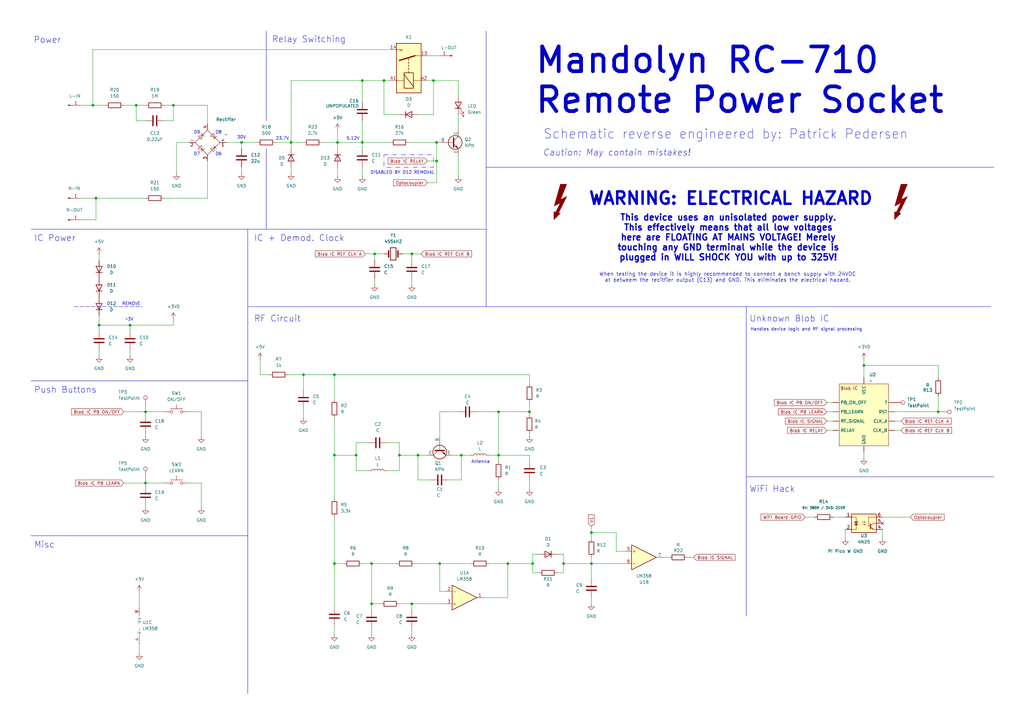
<source format=kicad_sch>
(kicad_sch (version 20231120) (generator "eeschema") (generator_version "8.0")
  (paper "A3")
  (lib_symbols
    (symbol "Amplifier_Operational:LM358" (pin_names (offset 0.127))
      (property "Reference" "U" (at 0 5.08 0))
      (property "Value" "LM358" (at 0 -5.08 0))
      (symbol "LM358_1_1"
        (pin output line (at 7.62 0 180) (length 2.54) (name "~") (number "1"))
        (pin input line (at -7.62 -2.54 0) (length 2.54) (name "-") (number "2"))
        (pin input line (at -7.62 2.54 0) (length 2.54) (name "+") (number "3"))
      )
      (symbol "LM358_2_1"
        (pin input line (at -7.62 2.54 0) (length 2.54) (name "+") (number "5"))
        (pin input line (at -7.62 -2.54 0) (length 2.54) (name "-") (number "6"))
        (pin output line (at 7.62 0 180) (length 2.54) (name "~") (number "7"))
      )
      (symbol "LM358_3_1"
        (pin power_in line (at -2.54 -7.62 90) (length 3.81) (name "V-") (number "4"))
        (pin power_in line (at -2.54 7.62 270) (length 3.81) (name "V+") (number "8"))
      )
    )
    (symbol "Connector:Conn_01x01_Pin" (pin_names (offset 1.016) hide)
      (property "Reference" "J" (at 0 2.54 0))
      (property "Value" "Conn_01x01_Pin" (at 0 -2.54 0))
      (symbol "Conn_01x01_Pin_1_1"
        (pin passive line (at 5.08 0 180) (length 3.81) (name "Pin_1") (number "1"))
      )
    )
    (symbol "Connector:TestPoint" (pin_numbers hide) (pin_names (offset 0.762) hide)
      (property "Reference" "TP" (at 0 6.858 0))
      (property "Value" "TestPoint" (at 0 5.08 0))
      (symbol "TestPoint_1_1"
        (pin passive line (at 0 0 90) (length 2.54) (name "1") (number "1"))
      )
    )
    (symbol "Device:C" (pin_numbers hide) (pin_names (offset 0.254))
      (property "Reference" "C" (at 0.635 2.54 0))
      (property "Value" "C" (at 0.635 -2.54 0))
      (symbol "C_1_1"
        (pin passive line (at 0 3.81 270) (length 2.794) (name "~") (number "1"))
        (pin passive line (at 0 -3.81 90) (length 2.794) (name "~") (number "2"))
      )
    )
    (symbol "Device:Crystal" (pin_numbers hide) (pin_names (offset 1.016) hide)
      (property "Reference" "Y" (at 0 3.81 0))
      (property "Value" "Crystal" (at 0 -3.81 0))
      (symbol "Crystal_1_1"
        (pin passive line (at -3.81 0 0) (length 1.27) (name "1") (number "1"))
        (pin passive line (at 3.81 0 180) (length 1.27) (name "2") (number "2"))
      )
    )
    (symbol "Device:D" (pin_numbers hide) (pin_names (offset 1.016) hide)
      (property "Reference" "D" (at 0 2.54 0))
      (property "Value" "D" (at 0 -2.54 0))
      (symbol "D_1_1"
        (pin passive line (at -3.81 0 0) (length 2.54) (name "K") (number "1"))
        (pin passive line (at 3.81 0 180) (length 2.54) (name "A") (number "2"))
      )
    )
    (symbol "Device:L" (pin_numbers hide) (pin_names (offset 1.016) hide)
      (property "Reference" "L" (at -1.27 0 90))
      (property "Value" "L" (at 1.905 0 90))
      (symbol "L_1_1"
        (pin passive line (at 0 3.81 270) (length 1.27) (name "1") (number "1"))
        (pin passive line (at 0 -3.81 90) (length 1.27) (name "2") (number "2"))
      )
    )
    (symbol "Device:LED" (pin_numbers hide) (pin_names (offset 1.016) hide)
      (property "Reference" "D" (at 0 2.54 0))
      (property "Value" "LED" (at 0 -2.54 0))
      (symbol "LED_1_1"
        (pin passive line (at -3.81 0 0) (length 2.54) (name "K") (number "1"))
        (pin passive line (at 3.81 0 180) (length 2.54) (name "A") (number "2"))
      )
    )
    (symbol "Device:R" (pin_numbers hide) (pin_names (offset 0))
      (property "Reference" "R" (at 2.032 0 90))
      (property "Value" "R" (at 0 0 90))
      (symbol "R_1_1"
        (pin passive line (at 0 3.81 270) (length 1.27) (name "~") (number "1"))
        (pin passive line (at 0 -3.81 90) (length 1.27) (name "~") (number "2"))
      )
    )
    (symbol "Diode_Bridge:ABS4" (pin_names (offset 0))
      (property "Reference" "D" (at 2.54 6.985 0))
      (property "Value" "ABS4" (at 2.54 5.08 0))
      (symbol "ABS4_1_1"
        (pin passive line (at 7.62 0 180) (length 2.54) (name "+") (number "1"))
        (pin passive line (at -7.62 0 0) (length 2.54) (name "-") (number "2"))
        (pin passive line (at 0 -7.62 90) (length 2.54) (name "~") (number "3"))
        (pin passive line (at 0 7.62 270) (length 2.54) (name "~") (number "4"))
      )
    )
    (symbol "Graphic:SYM_Flash_XLarge" (in_bom no) (on_board no))
    (symbol "Isolator:4N25" (pin_names (offset 1.016))
      (property "Reference" "U" (at -5.08 5.08 0))
      (property "Value" "4N25" (at 0 5.08 0))
      (symbol "4N25_1_1"
        (pin passive line (at -7.62 2.54 0) (length 2.54) (name "~") (number "1"))
        (pin passive line (at -7.62 -2.54 0) (length 2.54) (name "~") (number "2"))
        (pin no_connect line (at -5.08 0 0) (length 2.54) hide (name "NC") (number "3"))
        (pin passive line (at 7.62 -2.54 180) (length 2.54) (name "~") (number "4"))
        (pin passive line (at 7.62 0 180) (length 2.54) (name "~") (number "5"))
        (pin passive line (at 7.62 2.54 180) (length 2.54) (name "~") (number "6"))
      )
    )
    (symbol "RC-710:Blob_IC"
      (property "Reference" "U" (at -8.128 -8.89 0))
      (symbol "Blob_IC_1_1"
        (text "Blob IC" (at -4.826 16.002 0) (effects (font (size 1.27 1.27))))
        (pin unspecified line (at 13.97 10.16 180) (length 2.54) (name "?") (number ""))
        (pin input line (at 13.97 2.54 180) (length 2.54) (name "CLK_A") (number ""))
        (pin input line (at 13.97 -1.27 180) (length 2.54) (name "CLK_B") (number ""))
        (pin power_in line (at 1.27 -10.16 90) (length 2.54) (name "GND") (number ""))
        (pin input line (at -11.43 6.35 0) (length 2.54) (name "PB_LEARN") (number ""))
        (pin input line (at -11.43 10.16 0) (length 2.54) (name "PB_ON_OFF") (number ""))
        (pin output line (at -11.43 -1.27 0) (length 2.54) (name "RELAY") (number ""))
        (pin input line (at -11.43 2.54 0) (length 2.54) (name "RF_SIGNAL") (number ""))
        (pin input line (at 13.97 6.35 180) (length 2.54) (name "RST") (number ""))
        (pin power_in line (at 1.27 20.32 270) (length 2.54) (name "VCC") (number ""))
      )
    )
    (symbol "Relay:Fujitsu_FTR-LYAA005x"
      (property "Reference" "K" (at 11.43 3.81 0))
      (property "Value" "Fujitsu_FTR-LYAA005x" (at 11.43 1.27 0))
      (symbol "Fujitsu_FTR-LYAA005x_1_1"
        (pin passive line (at 5.08 -7.62 90) (length 2.54) (name "~") (number "13"))
        (pin passive line (at 7.62 7.62 270) (length 2.54) (name "~") (number "14"))
        (pin passive line (at -5.08 7.62 270) (length 2.54) (name "~") (number "A1"))
        (pin passive line (at -5.08 -7.62 90) (length 2.54) (name "~") (number "A2"))
      )
    )
    (symbol "Simulation_SPICE:NPN" (pin_numbers hide) (pin_names (offset 0))
      (property "Reference" "Q" (at -2.54 7.62 0))
      (property "Value" "NPN" (at -2.54 5.08 0))
      (symbol "NPN_1_1"
        (pin open_collector line (at 2.54 5.08 270) (length 2.54) (name "C") (number "1"))
        (pin input line (at -5.08 0 0) (length 2.54) (name "B") (number "2"))
        (pin open_emitter line (at 2.54 -5.08 90) (length 2.54) (name "E") (number "3"))
      )
    )
    (symbol "Switch:SW_Push" (pin_numbers hide) (pin_names (offset 1.016) hide)
      (property "Reference" "SW" (at 1.27 2.54 0))
      (property "Value" "SW_Push" (at 0 -1.524 0))
      (symbol "SW_Push_0_1"
        (pin passive line (at -5.08 0 0) (length 2.54) (name "1") (number "1"))
        (pin passive line (at 5.08 0 180) (length 2.54) (name "2") (number "2"))
      )
    )
    (symbol "power:+3V0" (power) (pin_numbers hide) (pin_names (offset 0) hide)
      (property "Value" "+3V0" (at 0 3.556 0))
      (symbol "+3V0_1_1"
        (pin power_in line (at 0 0 90) (length 0) (name "~") (number "1"))
      )
    )
    (symbol "power:+5V" (power) (pin_numbers hide) (pin_names (offset 0) hide)
      (property "Value" "+5V" (at 0 3.556 0))
      (symbol "+5V_1_1"
        (pin power_in line (at 0 0 90) (length 0) (name "~") (number "1"))
      )
    )
    (symbol "power:GND" (power) (pin_numbers hide) (pin_names (offset 0) hide)
      (property "Value" "GND" (at 0 -3.81 0))
      (symbol "GND_1_1"
        (pin power_in line (at 0 0 270) (length 0) (name "~") (number "1"))
      )
    )
  )
  (junction (at 354.33 149.86))
  (junction (at 146.05 186.69))
  (junction (at 137.16 153.67))
  (junction (at 99.06 58.42))
  (junction (at 218.44 231.14))
  (junction (at 231.14 231.14))
  (junction (at 217.17 168.91))
  (junction (at 242.57 231.14))
  (junction (at 137.16 186.69))
  (junction (at 242.57 218.44))
  (junction (at 138.43 58.42))
  (junction (at 53.34 133.35))
  (junction (at 204.47 186.69))
  (junction (at 177.8 33.02))
  (junction (at 189.23 186.69))
  (junction (at 55.88 43.18))
  (junction (at 157.48 33.02))
  (junction (at 168.91 247.65))
  (junction (at 180.34 231.14))
  (junction (at 59.69 198.12))
  (junction (at 124.46 153.67))
  (junction (at 152.4 247.65))
  (junction (at 152.4 231.14))
  (junction (at 153.67 104.14))
  (junction (at 163.83 186.69))
  (junction (at 168.91 104.14))
  (junction (at 40.64 133.35))
  (junction (at 119.38 58.42))
  (junction (at 59.69 168.91))
  (junction (at 38.1 43.18))
  (junction (at 208.28 231.14))
  (junction (at 148.59 33.02))
  (junction (at 179.07 58.42))
  (junction (at 148.59 58.42))
  (junction (at 171.45 186.69))
  (junction (at 204.47 168.91))
  (junction (at 39.37 81.28))
  (junction (at 71.12 43.18))
  (junction (at 384.81 168.91))
  (junction (at 137.16 231.14))
  (junction (at 179.07 66.04))
  (no_connect (at 361.95 214.63))
  (wire (pts (xy 119.38 58.42) (xy 124.46 58.42)))
  (wire (pts (xy 171.45 46.99) (xy 177.8 46.99)))
  (wire (pts (xy 33.02 43.18) (xy 38.1 43.18)))
  (wire (pts (xy 217.17 196.85) (xy 217.17 200.66)))
  (wire (pts (xy 231.14 227.33) (xy 231.14 231.14)))
  (wire (pts (xy 138.43 58.42) (xy 148.59 58.42)))
  (wire (pts (xy 153.67 106.68) (xy 153.67 104.14)))
  (wire (pts (xy 339.09 168.91) (xy 341.63 168.91)))
  (wire (pts (xy 59.69 166.37) (xy 59.69 168.91)))
  (wire (pts (xy 187.96 46.99) (xy 187.96 53.34)))
  (wire (pts (xy 217.17 168.91) (xy 217.17 170.18)))
  (wire (pts (xy 137.16 212.09) (xy 137.16 231.14)))
  (wire (pts (xy 59.69 199.39) (xy 59.69 198.12)))
  (wire (pts (xy 156.21 247.65) (xy 152.4 247.65)))
  (wire (pts (xy 200.66 231.14) (xy 208.28 231.14)))
  (wire (pts (xy 217.17 186.69) (xy 217.17 189.23)))
  (wire (pts (xy 168.91 257.81) (xy 168.91 260.35)))
  (wire (pts (xy 361.95 217.17) (xy 361.95 220.98)))
  (wire (pts (xy 151.13 181.61) (xy 146.05 181.61)))
  (wire (pts (xy 346.71 217.17) (xy 346.71 220.98)))
  (wire (pts (xy 39.37 81.28) (xy 59.69 81.28)))
  (polyline (pts (xy 199.39 12.7) (xy 199.39 93.98)))
  (wire (pts (xy 137.16 186.69) (xy 137.16 204.47)))
  (wire (pts (xy 132.08 58.42) (xy 138.43 58.42)))
  (wire (pts (xy 180.34 168.91) (xy 187.96 168.91)))
  (wire (pts (xy 146.05 193.04) (xy 146.05 186.69)))
  (wire (pts (xy 228.6 227.33) (xy 231.14 227.33)))
  (wire (pts (xy 72.39 58.42) (xy 77.47 58.42)))
  (polyline (pts (xy 306.07 195.58) (xy 407.67 195.58)))
  (wire (pts (xy 148.59 49.53) (xy 148.59 58.42)))
  (wire (pts (xy 242.57 215.9) (xy 242.57 218.44)))
  (wire (pts (xy 175.26 66.04) (xy 179.07 66.04)))
  (wire (pts (xy 59.69 168.91) (xy 67.31 168.91)))
  (wire (pts (xy 354.33 147.32) (xy 354.33 149.86)))
  (wire (pts (xy 124.46 153.67) (xy 137.16 153.67)))
  (wire (pts (xy 339.09 172.72) (xy 341.63 172.72)))
  (wire (pts (xy 38.1 43.18) (xy 43.18 43.18)))
  (wire (pts (xy 339.09 165.1) (xy 341.63 165.1)))
  (polyline (pts (xy 109.22 60.96) (xy 109.22 93.98)))
  (wire (pts (xy 187.96 63.5) (xy 187.96 72.39)))
  (wire (pts (xy 242.57 218.44) (xy 252.73 218.44)))
  (wire (pts (xy 354.33 185.42) (xy 354.33 187.96)))
  (wire (pts (xy 167.64 58.42) (xy 179.07 58.42)))
  (wire (pts (xy 330.2 212.09) (xy 334.01 212.09)))
  (wire (pts (xy 92.71 58.42) (xy 99.06 58.42)))
  (wire (pts (xy 354.33 149.86) (xy 384.81 149.86)))
  (wire (pts (xy 384.81 149.86) (xy 384.81 154.94)))
  (wire (pts (xy 152.4 231.14) (xy 152.4 247.65)))
  (wire (pts (xy 180.34 22.86) (xy 175.26 22.86)))
  (wire (pts (xy 180.34 231.14) (xy 180.34 242.57)))
  (wire (pts (xy 179.07 58.42) (xy 179.07 66.04)))
  (wire (pts (xy 179.07 58.42) (xy 180.34 58.42)))
  (wire (pts (xy 50.8 198.12) (xy 59.69 198.12)))
  (wire (pts (xy 148.59 68.58) (xy 148.59 72.39)))
  (polyline (pts (xy 12.7 156.21) (xy 101.6 156.21)))
  (polyline (pts (xy 101.6 93.98) (xy 101.6 156.21)))
  (wire (pts (xy 59.69 198.12) (xy 67.31 198.12)))
  (wire (pts (xy 231.14 231.14) (xy 231.14 234.95)))
  (wire (pts (xy 71.12 130.81) (xy 71.12 133.35)))
  (polyline (pts (xy 306.07 125.73) (xy 306.07 252.73)))
  (wire (pts (xy 59.69 179.07) (xy 59.69 177.8)))
  (wire (pts (xy 157.48 33.02) (xy 160.02 33.02)))
  (wire (pts (xy 59.69 170.18) (xy 59.69 168.91)))
  (wire (pts (xy 217.17 165.1) (xy 217.17 168.91)))
  (polyline (pts (xy 199.39 68.58) (xy 407.67 68.58)))
  (wire (pts (xy 40.64 133.35) (xy 53.34 133.35)))
  (wire (pts (xy 171.45 196.85) (xy 171.45 186.69)))
  (wire (pts (xy 55.88 43.18) (xy 55.88 49.53)))
  (wire (pts (xy 137.16 171.45) (xy 137.16 186.69)))
  (wire (pts (xy 67.31 81.28) (xy 85.09 81.28)))
  (wire (pts (xy 189.23 196.85) (xy 184.15 196.85)))
  (wire (pts (xy 138.43 53.34) (xy 138.43 58.42)))
  (wire (pts (xy 71.12 43.18) (xy 71.12 49.53)))
  (wire (pts (xy 195.58 168.91) (xy 204.47 168.91)))
  (wire (pts (xy 38.1 20.32) (xy 38.1 43.18)))
  (wire (pts (xy 67.31 43.18) (xy 71.12 43.18)))
  (wire (pts (xy 367.03 168.91) (xy 384.81 168.91)))
  (wire (pts (xy 158.75 181.61) (xy 163.83 181.61)))
  (wire (pts (xy 204.47 186.69) (xy 217.17 186.69)))
  (wire (pts (xy 218.44 231.14) (xy 218.44 227.33)))
  (polyline (pts (xy 109.22 12.7) (xy 109.22 49.53)))
  (wire (pts (xy 40.64 143.51) (xy 40.64 146.05)))
  (wire (pts (xy 99.06 68.58) (xy 99.06 71.12)))
  (wire (pts (xy 82.55 179.07) (xy 82.55 168.91)))
  (wire (pts (xy 71.12 43.18) (xy 85.09 43.18)))
  (wire (pts (xy 242.57 245.11) (xy 242.57 247.65)))
  (wire (pts (xy 218.44 227.33) (xy 220.98 227.33)))
  (wire (pts (xy 168.91 104.14) (xy 172.72 104.14)))
  (wire (pts (xy 39.37 90.17) (xy 39.37 81.28)))
  (wire (pts (xy 53.34 133.35) (xy 71.12 133.35)))
  (wire (pts (xy 252.73 226.06) (xy 256.54 226.06)))
  (wire (pts (xy 175.26 186.69) (xy 171.45 186.69)))
  (wire (pts (xy 85.09 43.18) (xy 85.09 50.8)))
  (wire (pts (xy 33.02 81.28) (xy 39.37 81.28)))
  (wire (pts (xy 119.38 58.42) (xy 119.38 60.96)))
  (wire (pts (xy 148.59 231.14) (xy 152.4 231.14)))
  (wire (pts (xy 180.34 231.14) (xy 193.04 231.14)))
  (polyline (pts (xy 12.7 93.98) (xy 199.39 93.98)))
  (wire (pts (xy 124.46 153.67) (xy 124.46 160.02)))
  (wire (pts (xy 137.16 186.69) (xy 146.05 186.69)))
  (wire (pts (xy 177.8 33.02) (xy 187.96 33.02)))
  (wire (pts (xy 119.38 68.58) (xy 119.38 71.12)))
  (wire (pts (xy 217.17 153.67) (xy 217.17 157.48)))
  (wire (pts (xy 176.53 196.85) (xy 171.45 196.85)))
  (wire (pts (xy 148.59 33.02) (xy 148.59 41.91)))
  (wire (pts (xy 242.57 231.14) (xy 256.54 231.14)))
  (wire (pts (xy 99.06 58.42) (xy 99.06 60.96)))
  (wire (pts (xy 189.23 186.69) (xy 185.42 186.69)))
  (wire (pts (xy 177.8 46.99) (xy 177.8 33.02)))
  (wire (pts (xy 163.83 247.65) (xy 168.91 247.65)))
  (wire (pts (xy 137.16 231.14) (xy 137.16 248.92)))
  (wire (pts (xy 384.81 162.56) (xy 384.81 168.91)))
  (wire (pts (xy 137.16 231.14) (xy 140.97 231.14)))
  (wire (pts (xy 204.47 196.85) (xy 204.47 200.66)))
  (wire (pts (xy 146.05 181.61) (xy 146.05 186.69)))
  (wire (pts (xy 175.26 33.02) (xy 177.8 33.02)))
  (wire (pts (xy 168.91 247.65) (xy 168.91 250.19)))
  (wire (pts (xy 204.47 168.91) (xy 204.47 186.69)))
  (wire (pts (xy 113.03 58.42) (xy 119.38 58.42)))
  (wire (pts (xy 361.95 212.09) (xy 373.38 212.09)))
  (polyline (pts (xy 199.39 125.73) (xy 406.4 125.73)))
  (wire (pts (xy 218.44 234.95) (xy 220.98 234.95)))
  (wire (pts (xy 146.05 193.04) (xy 151.13 193.04)))
  (wire (pts (xy 179.07 74.93) (xy 179.07 66.04)))
  (wire (pts (xy 124.46 167.64) (xy 124.46 171.45)))
  (wire (pts (xy 53.34 143.51) (xy 53.34 146.05)))
  (wire (pts (xy 168.91 247.65) (xy 182.88 247.65)))
  (wire (pts (xy 119.38 33.02) (xy 148.59 33.02)))
  (wire (pts (xy 82.55 168.91) (xy 77.47 168.91)))
  (wire (pts (xy 40.64 104.14) (xy 40.64 106.68)))
  (wire (pts (xy 163.83 193.04) (xy 158.75 193.04)))
  (wire (pts (xy 242.57 218.44) (xy 242.57 220.98)))
  (wire (pts (xy 341.63 212.09) (xy 346.71 212.09)))
  (wire (pts (xy 180.34 168.91) (xy 180.34 179.07)))
  (wire (pts (xy 50.8 43.18) (xy 55.88 43.18)))
  (wire (pts (xy 165.1 104.14) (xy 168.91 104.14)))
  (wire (pts (xy 148.59 58.42) (xy 160.02 58.42)))
  (wire (pts (xy 119.38 33.02) (xy 119.38 58.42)))
  (wire (pts (xy 218.44 234.95) (xy 218.44 231.14)))
  (polyline (pts (xy 101.6 125.73) (xy 199.39 125.73)))
  (wire (pts (xy 208.28 245.11) (xy 208.28 231.14)))
  (wire (pts (xy 82.55 198.12) (xy 77.47 198.12)))
  (wire (pts (xy 168.91 114.3) (xy 168.91 116.84)))
  (wire (pts (xy 252.73 218.44) (xy 252.73 226.06)))
  (wire (pts (xy 59.69 208.28) (xy 59.69 207.01)))
  (wire (pts (xy 82.55 208.28) (xy 82.55 198.12)))
  (wire (pts (xy 55.88 49.53) (xy 59.69 49.53)))
  (wire (pts (xy 170.18 231.14) (xy 180.34 231.14)))
  (wire (pts (xy 50.8 168.91) (xy 59.69 168.91)))
  (wire (pts (xy 182.88 242.57) (xy 180.34 242.57)))
  (wire (pts (xy 38.1 20.32) (xy 160.02 20.32)))
  (wire (pts (xy 354.33 149.86) (xy 354.33 154.94)))
  (wire (pts (xy 274.32 228.6) (xy 271.78 228.6)))
  (wire (pts (xy 217.17 177.8) (xy 217.17 179.07)))
  (wire (pts (xy 163.83 46.99) (xy 157.48 46.99)))
  (wire (pts (xy 53.34 133.35) (xy 53.34 135.89)))
  (wire (pts (xy 163.83 193.04) (xy 163.83 186.69)))
  (wire (pts (xy 231.14 231.14) (xy 242.57 231.14)))
  (wire (pts (xy 57.15 242.57) (xy 57.15 248.92)))
  (polyline (pts (xy 30.48 125.73) (xy 58.42 125.73)) (stroke (width 0) (type dash)))
  (wire (pts (xy 138.43 68.58) (xy 138.43 72.39)))
  (wire (pts (xy 148.59 58.42) (xy 148.59 60.96)))
  (wire (pts (xy 106.68 147.32) (xy 106.68 153.67)))
  (wire (pts (xy 204.47 189.23) (xy 204.47 186.69)))
  (wire (pts (xy 339.09 176.53) (xy 341.63 176.53)))
  (wire (pts (xy 40.64 135.89) (xy 40.64 133.35)))
  (wire (pts (xy 67.31 49.53) (xy 71.12 49.53)))
  (polyline (pts (xy 12.7 219.71) (xy 101.6 219.71)))
  (wire (pts (xy 384.81 168.91) (xy 386.08 168.91)))
  (wire (pts (xy 163.83 181.61) (xy 163.83 186.69)))
  (wire (pts (xy 168.91 104.14) (xy 168.91 106.68)))
  (wire (pts (xy 231.14 234.95) (xy 228.6 234.95)))
  (wire (pts (xy 99.06 58.42) (xy 105.41 58.42)))
  (polyline (pts (xy 101.6 156.21) (xy 101.6 219.71)))
  (wire (pts (xy 148.59 33.02) (xy 157.48 33.02)))
  (wire (pts (xy 189.23 186.69) (xy 189.23 196.85)))
  (wire (pts (xy 149.86 104.14) (xy 153.67 104.14)))
  (wire (pts (xy 208.28 231.14) (xy 218.44 231.14)))
  (wire (pts (xy 204.47 168.91) (xy 217.17 168.91)))
  (wire (pts (xy 137.16 153.67) (xy 137.16 163.83)))
  (wire (pts (xy 157.48 46.99) (xy 157.48 33.02)))
  (wire (pts (xy 187.96 33.02) (xy 187.96 39.37)))
  (wire (pts (xy 138.43 58.42) (xy 138.43 60.96)))
  (wire (pts (xy 118.11 153.67) (xy 124.46 153.67)))
  (wire (pts (xy 242.57 228.6) (xy 242.57 231.14)))
  (wire (pts (xy 153.67 104.14) (xy 157.48 104.14)))
  (wire (pts (xy 163.83 186.69) (xy 171.45 186.69)))
  (wire (pts (xy 137.16 256.54) (xy 137.16 260.35)))
  (polyline (pts (xy 199.39 125.73) (xy 199.39 93.98)))
  (wire (pts (xy 106.68 153.67) (xy 110.49 153.67)))
  (wire (pts (xy 281.94 228.6) (xy 284.48 228.6)))
  (wire (pts (xy 33.02 90.17) (xy 39.37 90.17)))
  (wire (pts (xy 367.03 176.53) (xy 369.57 176.53)))
  (wire (pts (xy 57.15 264.16) (xy 57.15 267.97)))
  (wire (pts (xy 72.39 71.12) (xy 72.39 58.42)))
  (wire (pts (xy 55.88 43.18) (xy 59.69 43.18)))
  (wire (pts (xy 198.12 245.11) (xy 208.28 245.11)))
  (wire (pts (xy 137.16 153.67) (xy 217.17 153.67)))
  (wire (pts (xy 85.09 66.04) (xy 85.09 81.28)))
  (wire (pts (xy 59.69 195.58) (xy 59.69 198.12)))
  (wire (pts (xy 189.23 186.69) (xy 193.04 186.69)))
  (wire (pts (xy 175.26 74.93) (xy 179.07 74.93)))
  (wire (pts (xy 152.4 247.65) (xy 152.4 250.19)))
  (wire (pts (xy 152.4 231.14) (xy 162.56 231.14)))
  (wire (pts (xy 152.4 257.81) (xy 152.4 260.35)))
  (wire (pts (xy 153.67 114.3) (xy 153.67 116.84)))
  (wire (pts (xy 367.03 172.72) (xy 369.57 172.72)))
  (polyline (pts (xy 101.6 219.71) (xy 101.6 284.48)))
  (wire (pts (xy 200.66 186.69) (xy 204.47 186.69)))
  (wire (pts (xy 40.64 129.54) (xy 40.64 133.35)))
  (wire (pts (xy 242.57 231.14) (xy 242.57 237.49)))
  (rectangle (start 157.48 63.5) (end 177.8 68.58) (stroke (width 0) (type dash_dot_dot)))
  (text "Relay Switching" (at 111.506 16.256 0) (effects (font (size 2.54 2.54)) (justify left)))
  (text "23.7V" (at 115.824 56.896 0) (effects (font (size 1.27 1.27))))
  (text "This device uses an unisolated power supply.\nThis effectively means that all low voltages\nhere are FLOATING AT MAINS VOLTAGE! Merely\ntouching any GND terminal while the device is\nplugged in WILL SHOCK YOU with up to 325V!" (at 298.704 97.536 0) (effects (font (size 2.54 2.54) (thickness 0.508) (bold yes))))
  (text "Schematic reverse engineered by: Patrick Pedersen" (at 222.758 55.118 0) (effects (font (size 3.81 3.81)) (justify left)))
  (text "Misc" (at 13.97 223.52 0) (effects (font (size 2.54 2.54)) (justify left)))
  (text "Mandolyn RC-710\nRemote Power Socket" (at 218.948 33.02 0) (effects (font (size 10.16 10.16) (thickness 1.524) (bold yes)) (justify left)))
  (text "30V" (at 99.06 56.388 0) (effects (font (size 1.27 1.27))))
  (text "Unknown Blob IC" (at 307.34 130.81 0) (effects (font (size 2.54 2.54)) (justify left)))
  (text "D9" (at 80.772 54.356 0) (effects (font (size 1.27 1.27))))
  (text "IC Power" (at 13.97 97.79 0) (effects (font (size 2.54 2.54)) (justify left)))
  (text "D8" (at 89.662 54.356 0) (effects (font (size 1.27 1.27))))
  (text "Antenna" (at 197.104 189.484 0) (effects (font (size 1.27 1.27))))
  (text "Caution: May contain mistakes!" (at 252.984 62.738 0) (effects (font (size 2.54 2.54) (italic yes))))
  (text "DISABLED BY D12 REMOVAL" (at 165.1 70.866 0) (effects (font (size 1.27 1.27))))
  (text "D6" (at 89.662 63.246 0) (effects (font (size 1.27 1.27))))
  (text "When testing the device it is highly recommended to connect a bench supply with 24VDC\nat betweem the recitfier output (C13) and GND. This eliminates the electrical hazard." (at 298.45 113.792 0) (effects (font (size 1.524 1.524))))
  (text "REMOVE" (at 53.848 124.714 0) (effects (font (size 1.27 1.27))))
  (text "WARNING: ELECTRICAL HAZARD" (at 299.72 81.534 0) (effects (font (size 5.08 5.08) (thickness 1.016) (bold yes))))
  (text "WiFi Hack" (at 307.34 200.66 0) (effects (font (size 2.54 2.54)) (justify left)))
  (text "IC + Demod. Clock" (at 104.14 97.79 0) (effects (font (size 2.54 2.54)) (justify left)))
  (text "~3V" (at 53.086 131.064 0) (effects (font (size 1.27 1.27))))
  (text "D7" (at 80.772 63.246 0) (effects (font (size 1.27 1.27))))
  (text "Push Buttons" (at 13.97 160.02 0) (effects (font (size 2.54 2.54)) (justify left)))
  (text "RF Circuit" (at 104.14 130.81 0) (effects (font (size 2.54 2.54)) (justify left)))
  (text "5.12V" (at 144.78 56.896 0) (effects (font (size 1.27 1.27))))
  (text "Handles device logic and RF signal processing" (at 330.708 135.128 0) (effects (font (size 1.27 1.27))))
  (text "Power" (at 13.716 16.51 0) (effects (font (size 2.54 2.54)) (justify left)))
  (global_label "Optocoupler" (shape input) (at 175.26 74.93 180) (property "Intersheetrefs" "${INTERSHEET_REFS}" (effects (hide yes))))
  (global_label "Blob IC RELAY" (shape input) (at 339.09 176.53 180) (property "Intersheetrefs" "${INTERSHEET_REFS}" (effects (hide yes))))
  (global_label "Optocoupler" (shape input) (at 373.38 212.09 0) (property "Intersheetrefs" "${INTERSHEET_REFS}" (effects (hide yes))))
  (global_label "Blob IC PB LEARN" (shape input) (at 339.09 168.91 180) (property "Intersheetrefs" "${INTERSHEET_REFS}" (effects (hide yes))))
  (global_label "WiFi Board GPIO" (shape input) (at 330.2 212.09 180) (property "Intersheetrefs" "${INTERSHEET_REFS}" (effects (hide yes))))
  (global_label "Blob IC SIGNAL" (shape input) (at 284.48 228.6 0) (property "Intersheetrefs" "${INTERSHEET_REFS}" (effects (hide yes))))
  (global_label "Blob IC PB ON{slash}OFF" (shape input) (at 339.09 165.1 180) (property "Intersheetrefs" "${INTERSHEET_REFS}" (effects (hide yes))))
  (global_label "V1" (shape input) (at 242.57 215.9 90) (property "Intersheetrefs" "${INTERSHEET_REFS}" (effects (hide yes))))
  (global_label "Blob IC REF CLK B" (shape input) (at 172.72 104.14 0) (property "Intersheetrefs" "${INTERSHEET_REFS}" (effects (hide yes))))
  (global_label "Blob IC SIGNAL" (shape input) (at 339.09 172.72 180) (property "Intersheetrefs" "${INTERSHEET_REFS}" (effects (hide yes))))
  (global_label "Blob IC PB ON{slash}OFF" (shape input) (at 50.8 168.91 180) (property "Intersheetrefs" "${INTERSHEET_REFS}" (effects (hide yes))))
  (global_label "Blob IC REF CLK A" (shape input) (at 149.86 104.14 180) (property "Intersheetrefs" "${INTERSHEET_REFS}" (effects (hide yes))))
  (global_label "Blob IC PB LEARN" (shape input) (at 50.8 198.12 180) (property "Intersheetrefs" "${INTERSHEET_REFS}" (effects (hide yes))))
  (global_label "Blob IC REF CLK B" (shape input) (at 369.57 176.53 0) (property "Intersheetrefs" "${INTERSHEET_REFS}" (effects (hide yes))))
  (global_label "Blob IC RELAY" (shape input) (at 175.26 66.04 180) (property "Intersheetrefs" "${INTERSHEET_REFS}" (effects (hide yes))))
  (global_label "Blob IC REF CLK A" (shape input) (at 369.57 172.72 0) (property "Intersheetrefs" "${INTERSHEET_REFS}" (effects (hide yes))))
  (symbol (lib_id "Device:L") (at 196.85 186.69 90) (unit 1)
    (property "Reference" "L2" (at 196.85 181.61 90))
    (property "Value" "L" (at 196.85 184.15 90))
    (property "Description" "Inductor" (effects (hide yes)))
  )
  (symbol (lib_id "Device:C") (at 137.16 252.73 0) (unit 1)
    (property "Reference" "C6" (at 140.97 251.4599 0) (effects (justify left)))
    (property "Value" "C" (at 140.97 253.9999 0) (effects (justify left)))
    (property "Description" "Unpolarized capacitor" (effects (hide yes)))
  )
  (symbol (lib_id "Isolator:4N25") (at 354.33 214.63 0) (unit 1)
    (property "Reference" "U3" (at 354.33 219.71 0))
    (property "Value" "4N25" (at 354.33 222.25 0))
    (property "Footprint" "Package_DIP:DIP-6_W7.62mm" (effects (hide yes)))
    (property "Datasheet" "https://www.vishay.com/docs/83725/4n25.pdf" (effects (hide yes)))
    (property "Description" "DC Optocoupler Base Connected, Vce 30V, CTR 20%, Viso 2500V, DIP6" (effects (hide yes)))
  )
  (symbol (lib_id "Device:R") (at 196.85 231.14 90) (unit 1)
    (property "Reference" "R10" (at 196.85 224.79 90))
    (property "Value" "R" (at 196.85 227.33 90))
    (property "Description" "Resistor" (effects (hide yes)))
  )
  (symbol (lib_id "Device:C") (at 180.34 196.85 90) (unit 1)
    (property "Reference" "C1" (at 180.34 200.66 90))
    (property "Value" "C" (at 179.832 203.2 90))
    (property "Description" "Unpolarized capacitor" (effects (hide yes)))
  )
  (symbol (lib_id "power:GND") (at 148.59 72.39 0) (unit 1)
    (property "Reference" "#PWR010" (effects (hide yes)))
    (property "Value" "GND" (at 148.59 77.47 0))
    (property "Description" "Power symbol creates a global label with name \"GND\" , ground" (effects (hide yes)))
  )
  (symbol (lib_id "power:GND") (at 138.43 72.39 0) (unit 1)
    (property "Reference" "#PWR04" (effects (hide yes)))
    (property "Value" "GND" (at 138.43 77.47 0))
    (property "Description" "Power symbol creates a global label with name \"GND\" , ground" (effects (hide yes)))
  )
  (symbol (lib_id "Device:C") (at 59.69 173.99 0) (unit 1)
    (property "Reference" "C18" (at 63.5 172.7199 0) (effects (justify left)))
    (property "Value" "C" (at 63.5 175.2599 0) (effects (justify left)))
    (property "Description" "Unpolarized capacitor" (effects (hide yes)))
  )
  (symbol (lib_id "Device:C") (at 152.4 254 0) (unit 1)
    (property "Reference" "C7" (at 146.05 252.73 0) (effects (justify left)))
    (property "Value" "C" (at 146.05 255.27 0) (effects (justify left)))
    (property "Description" "Unpolarized capacitor" (effects (hide yes)))
  )
  (symbol (lib_id "power:+5V") (at 106.68 147.32 0) (unit 1)
    (property "Reference" "#PWR027" (effects (hide yes)))
    (property "Value" "+5V" (at 106.68 142.24 0))
    (property "Description" "Power symbol creates a global label with name \"+5V\"" (effects (hide yes)))
  )
  (symbol (lib_id "Device:R") (at 224.79 234.95 90) (unit 1)
    (property "Reference" "R11" (at 224.79 237.49 90))
    (property "Value" "R" (at 224.79 240.03 90))
    (property "Description" "Resistor" (effects (hide yes)))
  )
  (symbol (lib_id "Device:C") (at 53.34 139.7 0) (unit 1)
    (property "Reference" "C10" (at 57.15 138.4299 0) (effects (justify left)))
    (property "Value" "C" (at 57.15 140.9699 0) (effects (justify left)))
    (property "Description" "Unpolarized capacitor" (effects (hide yes)))
  )
  (symbol (lib_id "Device:C") (at 242.57 241.3 0) (unit 1)
    (property "Reference" "C9" (at 236.22 240.03 0) (effects (justify left)))
    (property "Value" "C" (at 236.22 242.57 0) (effects (justify left)))
    (property "Description" "Unpolarized capacitor" (effects (hide yes)))
  )
  (symbol (lib_id "Connector:TestPoint") (at 59.69 166.37 0) (unit 1)
    (property "Reference" "TP3" (at 48.514 160.782 0) (effects (justify left)))
    (property "Value" "TestPoint" (at 48.514 163.322 0) (effects (justify left)))
    (property "Description" "test point" (effects (hide yes)))
  )
  (symbol (lib_id "Device:D") (at 224.79 227.33 180) (unit 1)
    (property "Reference" "D1" (at 224.79 220.98 0))
    (property "Value" "D" (at 224.79 223.52 0))
    (property "Description" "Diode" (effects (hide yes)))
    (property "Sim.Device" "D" (effects (hide yes)))
    (property "Sim.Pins" "1=K 2=A" (effects (hide yes)))
  )
  (symbol (lib_id "power:GND") (at 40.64 146.05 0) (unit 1)
    (property "Reference" "#PWR05" (effects (hide yes)))
    (property "Value" "GND" (at 40.64 151.13 0))
    (property "Description" "Power symbol creates a global label with name \"GND\" , ground" (effects (hide yes)))
  )
  (symbol (lib_id "power:GND") (at 53.34 146.05 0) (unit 1)
    (property "Reference" "#PWR06" (effects (hide yes)))
    (property "Value" "GND" (at 53.34 151.13 0))
    (property "Description" "Power symbol creates a global label with name \"GND\" , ground" (effects (hide yes)))
  )
  (symbol (lib_id "Connector:TestPoint") (at 367.03 165.1 270) (unit 1)
    (property "Reference" "TP1" (at 372.11 163.8299 90) (effects (justify left)))
    (property "Value" "TestPoint" (at 372.11 166.3699 90) (effects (justify left)))
    (property "Description" "test point" (effects (hide yes)))
  )
  (symbol (lib_id "Device:R") (at 160.02 247.65 270) (mirror x) (unit 1)
    (property "Reference" "R9" (at 160.02 241.3 90))
    (property "Value" "R" (at 160.02 243.84 90))
    (property "Description" "Resistor" (effects (hide yes)))
  )
  (symbol (lib_id "Simulation_SPICE:NPN") (at 180.34 184.15 90) (mirror x) (unit 1)
    (property "Reference" "Q1" (at 181.102 189.992 90) (effects (justify left)))
    (property "Value" "NPN" (at 182.372 192.532 90) (effects (justify left)))
    (property "Datasheet" "https://ngspice.sourceforge.io/docs/ngspice-html-manual/manual.xhtml#cha_BJTs" (effects (hide yes)))
    (property "Description" "Bipolar transistor symbol for simulation only, substrate tied to the emitter" (effects (hide yes)))
    (property "Sim.Device" "NPN" (effects (hide yes)))
    (property "Sim.Type" "GUMMELPOON" (effects (hide yes)))
    (property "Sim.Pins" "1=C 2=B 3=E" (effects (hide yes)))
  )
  (symbol (lib_id "Diode_Bridge:ABS4") (at 85.09 58.42 0) (unit 1)
    (property "Reference" "Rectifier" (at 92.71 49.022 0))
    (property "Value" "~" (at 92.71 55.1749 0))
    (property "Footprint" "Diode_SMD:Diode_Bridge_Diotec_ABS" (effects (hide yes)))
    (property "Datasheet" "https://diotec.com/tl_files/diotec/files/pdf/datasheets/abs2.pdf" (effects (hide yes)))
    (property "Description" "Miniature Glass Passivated Single-Phase Surface Mount Bridge Rectifiers, 280V Vrms, 0.8A If, ABS SMD package" (effects (hide yes)))
  )
  (symbol (lib_id "Device:R") (at 337.82 212.09 90) (unit 1)
    (property "Reference" "R14" (at 337.82 205.74 90))
    (property "Value" "5V: 380R / 3V3: 210R" (at 337.82 208.28 90) (effects (font (size 1.016 1.016))))
    (property "Description" "Resistor" (effects (hide yes)))
  )
  (symbol (lib_id "Amplifier_Operational:LM358") (at 264.16 228.6 0) (unit 2)
    (property "Reference" "U1" (at 264.16 238.76 0))
    (property "Value" "LM358" (at 264.16 236.22 0))
    (property "Datasheet" "http://www.ti.com/lit/ds/symlink/lm2904-n.pdf" (effects (hide yes)))
    (property "Description" "Low-Power, Dual Operational Amplifiers, DIP-8/SOIC-8/TO-99-8" (effects (hide yes)))
  )
  (symbol (lib_id "power:GND") (at 119.38 71.12 0) (unit 1)
    (property "Reference" "#PWR01" (effects (hide yes)))
    (property "Value" "GND" (at 119.38 76.2 0))
    (property "Description" "Power symbol creates a global label with name \"GND\" , ground" (effects (hide yes)))
  )
  (symbol (lib_id "Device:C") (at 99.06 64.77 0) (unit 1)
    (property "Reference" "C12" (at 102.87 63.4999 0) (effects (justify left)))
    (property "Value" "22u" (at 102.87 66.0399 0) (effects (justify left)))
    (property "Description" "Unpolarized capacitor" (effects (hide yes)))
  )
  (symbol (lib_id "Graphic:SYM_Flash_XLarge") (at 229.87 83.82 0) (unit 1) (exclude_from_sim yes) (in_bom no) (on_board no)
    (property "Reference" "#SYM1" (effects (hide yes)))
    (property "Value" "SYM_Flash_XLarge" (effects (hide yes)))
    (property "Description" "Flash symbol, extra large" (effects (hide yes)))
  )
  (symbol (lib_id "power:GND") (at 99.06 71.12 0) (unit 1)
    (property "Reference" "#PWR03" (effects (hide yes)))
    (property "Value" "GND" (at 99.06 76.2 0))
    (property "Description" "Power symbol creates a global label with name \"GND\" , ground" (effects (hide yes)))
  )
  (symbol (lib_id "Device:R") (at 204.47 193.04 0) (unit 1)
    (property "Reference" "R1" (at 207.01 191.7699 0) (effects (justify left)))
    (property "Value" "R" (at 207.01 194.3099 0) (effects (justify left)))
    (property "Description" "Resistor" (effects (hide yes)))
  )
  (symbol (lib_id "Device:C") (at 153.67 110.49 0) (unit 1)
    (property "Reference" "C15" (at 157.48 109.2199 0) (effects (justify left)))
    (property "Value" "C" (at 157.48 111.7599 0) (effects (justify left)))
    (property "Description" "Unpolarized capacitor" (effects (hide yes)))
  )
  (symbol (lib_id "Graphic:SYM_Flash_XLarge") (at 369.57 83.82 0) (unit 1) (exclude_from_sim yes) (in_bom no) (on_board no)
    (property "Reference" "#SYM2" (effects (hide yes)))
    (property "Value" "SYM_Flash_XLarge" (effects (hide yes)))
    (property "Description" "Flash symbol, extra large" (effects (hide yes)))
  )
  (symbol (lib_id "power:+5V") (at 57.15 242.57 0) (unit 1)
    (property "Reference" "#PWR026" (effects (hide yes)))
    (property "Value" "+5V" (at 57.15 237.49 0))
    (property "Description" "Power symbol creates a global label with name \"+5V\"" (effects (hide yes)))
  )
  (symbol (lib_id "Device:R") (at 114.3 153.67 90) (unit 1)
    (property "Reference" "R7" (at 114.3 147.32 90))
    (property "Value" "1k" (at 114.3 149.86 90))
    (property "Description" "Resistor" (effects (hide yes)))
  )
  (symbol (lib_id "Device:R") (at 137.16 208.28 180) (unit 1)
    (property "Reference" "R5" (at 139.7 207.0099 0) (effects (justify right)))
    (property "Value" "3.3k" (at 139.7 209.5499 0) (effects (justify right)))
    (property "Description" "Resistor" (effects (hide yes)))
  )
  (symbol (lib_id "power:GND") (at 242.57 247.65 0) (unit 1)
    (property "Reference" "#PWR09" (effects (hide yes)))
    (property "Value" "GND" (at 242.57 252.73 0))
    (property "Description" "Power symbol creates a global label with name \"GND\" , ground" (effects (hide yes)))
  )
  (symbol (lib_id "Device:L") (at 154.94 193.04 90) (unit 1)
    (property "Reference" "L1" (at 154.94 187.96 90))
    (property "Value" "L" (at 154.94 190.5 90))
    (property "Description" "Inductor" (effects (hide yes)))
  )
  (symbol (lib_id "Device:LED") (at 187.96 43.18 90) (unit 1)
    (property "Reference" "LED" (at 191.77 43.4974 90) (effects (justify right)))
    (property "Value" "Green" (at 191.77 46.0374 90) (effects (justify right)))
    (property "Description" "Light emitting diode" (effects (hide yes)))
  )
  (symbol (lib_id "Device:C") (at 168.91 254 0) (mirror y) (unit 1)
    (property "Reference" "C8" (at 165.1 252.7299 0) (effects (justify left)))
    (property "Value" "C" (at 165.1 255.2699 0) (effects (justify left)))
    (property "Description" "Unpolarized capacitor" (effects (hide yes)))
  )
  (symbol (lib_id "power:GND") (at 187.96 72.39 0) (unit 1)
    (property "Reference" "#PWR07" (effects (hide yes)))
    (property "Value" "GND" (at 187.96 77.47 0))
    (property "Description" "Power symbol creates a global label with name \"GND\" , ground" (effects (hide yes)))
  )
  (symbol (lib_id "power:+5V") (at 40.64 104.14 0) (unit 1)
    (property "Reference" "#PWR025" (effects (hide yes)))
    (property "Value" "+5V" (at 40.64 99.06 0))
    (property "Description" "Power symbol creates a global label with name \"+5V\"" (effects (hide yes)))
  )
  (symbol (lib_id "Amplifier_Operational:LM358") (at 54.61 256.54 0) (mirror y) (unit 3)
    (property "Reference" "U1" (at 58.42 255.2699 0) (effects (justify right)))
    (property "Value" "LM358" (at 58.42 257.8099 0) (effects (justify right)))
    (property "Datasheet" "http://www.ti.com/lit/ds/symlink/lm2904-n.pdf" (effects (hide yes)))
    (property "Description" "Low-Power, Dual Operational Amplifiers, DIP-8/SOIC-8/TO-99-8" (effects (hide yes)))
  )
  (symbol (lib_id "Device:R") (at 242.57 224.79 0) (unit 1)
    (property "Reference" "R12" (at 244.6545 223.5199 0) (effects (justify left)))
    (property "Value" "R" (at 244.6545 226.0599 0) (effects (justify left)))
    (property "Description" "Resistor" (effects (hide yes)))
  )
  (symbol (lib_id "power:GND") (at 152.4 260.35 0) (mirror y) (unit 1)
    (property "Reference" "#PWR016" (effects (hide yes)))
    (property "Value" "GND" (at 152.4 265.43 0))
    (property "Description" "Power symbol creates a global label with name \"GND\" , ground" (effects (hide yes)))
  )
  (symbol (lib_id "Device:R") (at 46.99 43.18 90) (unit 1)
    (property "Reference" "R20" (at 46.99 36.83 90))
    (property "Value" "150" (at 46.99 39.37 90))
    (property "Description" "Resistor" (effects (hide yes)))
  )
  (symbol (lib_id "Device:D") (at 167.64 46.99 0) (unit 1)
    (property "Reference" "D3" (at 167.64 40.64 0))
    (property "Value" "D" (at 167.64 43.18 0))
    (property "Description" "Diode" (effects (hide yes)))
    (property "Sim.Device" "D" (effects (hide yes)))
    (property "Sim.Pins" "1=K 2=A" (effects (hide yes)))
  )
  (symbol (lib_id "Device:R") (at 166.37 231.14 90) (unit 1)
    (property "Reference" "R8" (at 166.37 224.79 90))
    (property "Value" "R" (at 166.37 227.33 90))
    (property "Description" "Resistor" (effects (hide yes)))
  )
  (symbol (lib_id "Switch:SW_Push") (at 72.39 198.12 0) (unit 1)
    (property "Reference" "SW2" (at 72.39 190.5 0))
    (property "Value" "LEARN" (at 72.39 193.04 0))
    (property "Description" "Push button switch, generic, two pins" (effects (hide yes)))
  )
  (symbol (lib_id "power:GND") (at 59.69 208.28 0) (unit 1)
    (property "Reference" "#PWR020" (effects (hide yes)))
    (property "Value" "GND" (at 59.69 213.36 0))
    (property "Description" "Power symbol creates a global label with name \"GND\" , ground" (effects (hide yes)))
  )
  (symbol (lib_id "Device:R") (at 384.81 158.75 180) (unit 1)
    (property "Reference" "R13" (at 380.492 160.02 0))
    (property "Value" "R" (at 380.492 157.988 0))
    (property "Description" "Resistor" (effects (hide yes)))
  )
  (symbol (lib_id "power:GND") (at 153.67 116.84 0) (unit 1)
    (property "Reference" "#PWR08" (effects (hide yes)))
    (property "Value" "GND" (at 153.67 121.92 0))
    (property "Description" "Power symbol creates a global label with name \"GND\" , ground" (effects (hide yes)))
  )
  (symbol (lib_id "Device:C") (at 63.5 49.53 90) (unit 1)
    (property "Reference" "C13" (at 63.5 54.61 90))
    (property "Value" "0.22uF" (at 63.5 57.15 90))
    (property "Description" "Unpolarized capacitor" (effects (hide yes)))
  )
  (symbol (lib_id "Device:D") (at 40.64 118.11 90) (unit 1)
    (property "Reference" "D11" (at 45.72 116.84 90))
    (property "Value" "D" (at 45.72 119.38 90))
    (property "Description" "Diode" (effects (hide yes)))
    (property "Sim.Device" "D" (effects (hide yes)))
    (property "Sim.Pins" "1=K 2=A" (effects (hide yes)))
  )
  (symbol (lib_id "Relay:Fujitsu_FTR-LYAA005x") (at 167.64 27.94 90) (unit 1)
    (property "Reference" "K1" (at 167.64 15.24 90))
    (property "Value" "Fujitsu_FTR-LYAA005x" (effects (hide yes)))
    (property "Footprint" "Relay_THT:Relay_SPST-NO_Fujitsu_FTR-LYAA005x_FormA_Vertical" (effects (hide yes)))
    (property "Datasheet" "https://www.fujitsu.com/sg/imagesgig5/ftr-ly.pdf" (effects (hide yes)))
    (property "Description" "Relay, SPST Form A, vertical mount, 5-60V coil, 6A, 250VAC, 28 x 5 x 15mm" (effects (hide yes)))
  )
  (symbol (lib_id "power:GND") (at 137.16 260.35 0) (unit 1)
    (property "Reference" "#PWR014" (effects (hide yes)))
    (property "Value" "GND" (at 137.16 265.43 0))
    (property "Description" "Power symbol creates a global label with name \"GND\" , ground" (effects (hide yes)))
  )
  (symbol (lib_id "power:GND") (at 168.91 260.35 0) (mirror y) (unit 1)
    (property "Reference" "#PWR015" (effects (hide yes)))
    (property "Value" "GND" (at 168.91 265.43 0))
    (property "Description" "Power symbol creates a global label with name \"GND\" , ground" (effects (hide yes)))
  )
  (symbol (lib_id "Connector:Conn_01x01_Pin") (at 27.94 43.18 0) (unit 1)
    (property "Reference" "L-IN" (at 30.734 39.37 0))
    (property "Value" "Pad" (effects (hide yes)))
    (property "Description" "Generic connector, single row, 01x01, script generated" (effects (hide yes)))
  )
  (symbol (lib_id "Device:C") (at 124.46 163.83 0) (unit 1)
    (property "Reference" "C5" (at 128.27 162.5599 0) (effects (justify left)))
    (property "Value" "C" (at 128.27 165.0999 0) (effects (justify left)))
    (property "Description" "Unpolarized capacitor" (effects (hide yes)))
  )
  (symbol (lib_id "power:GND") (at 82.55 208.28 0) (unit 1)
    (property "Reference" "#PWR021" (effects (hide yes)))
    (property "Value" "GND" (at 82.55 213.36 0))
    (property "Description" "Power symbol creates a global label with name \"GND\" , ground" (effects (hide yes)))
  )
  (symbol (lib_id "Device:C") (at 148.59 45.72 0) (unit 1)
    (property "Reference" "C16" (at 143.256 41.402 0) (effects (justify left)))
    (property "Value" "UNPOPULATED" (at 133.604 43.434 0) (effects (justify left)))
    (property "Description" "Unpolarized capacitor" (effects (hide yes)))
  )
  (symbol (lib_id "Connector:TestPoint") (at 386.08 168.91 270) (unit 1)
    (property "Reference" "TP2" (at 391.16 165.1 90) (effects (justify left)))
    (property "Value" "TestPoint" (at 391.16 167.64 90) (effects (justify left)))
    (property "Description" "test point" (effects (hide yes)))
  )
  (symbol (lib_id "power:GND") (at 361.95 220.98 0) (unit 1)
    (property "Reference" "#PWR032" (effects (hide yes)))
    (property "Value" "GND" (at 361.95 226.06 0))
    (property "Description" "Power symbol creates a global label with name \"GND\" , ground" (effects (hide yes)))
  )
  (symbol (lib_id "Device:C") (at 40.64 139.7 0) (unit 1)
    (property "Reference" "C14" (at 44.45 138.4299 0) (effects (justify left)))
    (property "Value" "C" (at 44.45 140.9699 0) (effects (justify left)))
    (property "Description" "Unpolarized capacitor" (effects (hide yes)))
  )
  (symbol (lib_id "Device:R") (at 109.22 58.42 90) (unit 1)
    (property "Reference" "R18" (at 109.22 52.07 90))
    (property "Value" "500" (at 109.22 54.61 90))
    (property "Description" "Resistor" (effects (hide yes)))
  )
  (symbol (lib_id "power:GND") (at 59.69 179.07 0) (unit 1)
    (property "Reference" "#PWR019" (effects (hide yes)))
    (property "Value" "GND" (at 59.69 184.15 0))
    (property "Description" "Power symbol creates a global label with name \"GND\" , ground" (effects (hide yes)))
  )
  (symbol (lib_id "Device:D") (at 138.43 64.77 270) (unit 1)
    (property "Reference" "D13" (at 133.35 64.77 90))
    (property "Value" "D" (at 133.35 67.31 90))
    (property "Description" "Diode" (effects (hide yes)))
    (property "Sim.Device" "D" (effects (hide yes)))
    (property "Sim.Pins" "1=K 2=A" (effects (hide yes)))
  )
  (symbol (lib_id "power:+5V") (at 138.43 53.34 0) (unit 1)
    (property "Reference" "#PWR024" (effects (hide yes)))
    (property "Value" "+5V" (at 138.43 48.26 0))
    (property "Description" "Power symbol creates a global label with name \"+5V\"" (effects (hide yes)))
  )
  (symbol (lib_id "Device:R") (at 63.5 81.28 270) (unit 1)
    (property "Reference" "R21" (at 63.5 74.93 90))
    (property "Value" "150" (at 63.5 77.47 90))
    (property "Description" "Resistor" (effects (hide yes)))
  )
  (symbol (lib_id "power:GND") (at 354.33 187.96 0) (unit 1)
    (property "Reference" "#PWR028" (effects (hide yes)))
    (property "Value" "GND" (at 354.33 193.04 0))
    (property "Description" "Power symbol creates a global label with name \"GND\" , ground" (effects (hide yes)))
  )
  (symbol (lib_id "Device:R") (at 144.78 231.14 90) (unit 1)
    (property "Reference" "R6" (at 144.78 224.79 90))
    (property "Value" "R" (at 144.78 227.33 90))
    (property "Description" "Resistor" (effects (hide yes)))
  )
  (symbol (lib_id "Switch:SW_Push") (at 72.39 168.91 0) (unit 1)
    (property "Reference" "SW1" (at 72.39 161.29 0))
    (property "Value" "ON/OFF" (at 72.39 163.83 0))
    (property "Description" "Push button switch, generic, two pins" (effects (hide yes)))
  )
  (symbol (lib_id "Device:Crystal") (at 161.29 104.14 0) (unit 1)
    (property "Reference" "Y1" (at 161.29 96.52 0))
    (property "Value" "455kHZ" (at 161.29 99.06 0))
    (property "Description" "Two pin crystal" (effects (hide yes)))
  )
  (symbol (lib_id "power:GND") (at 204.47 200.66 0) (unit 1)
    (property "Reference" "#PWR012" (effects (hide yes)))
    (property "Value" "GND" (at 204.47 205.74 0))
    (property "Description" "Power symbol creates a global label with name \"GND\" , ground" (effects (hide yes)))
  )
  (symbol (lib_id "power:+3V0") (at 71.12 130.81 0) (unit 1)
    (property "Reference" "#PWR029" (effects (hide yes)))
    (property "Value" "+3V0" (at 71.12 125.73 0))
    (property "Description" "Power symbol creates a global label with name \"+3V0\"" (effects (hide yes)))
  )
  (symbol (lib_id "power:GND") (at 57.15 267.97 0) (unit 1)
    (property "Reference" "#PWR023" (effects (hide yes)))
    (property "Value" "GND" (at 57.15 273.05 0))
    (property "Description" "Power symbol creates a global label with name \"GND\" , ground" (effects (hide yes)))
  )
  (symbol (lib_id "Device:R") (at 163.83 58.42 90) (unit 1)
    (property "Reference" "R16" (at 163.83 52.07 90))
    (property "Value" "27k" (at 163.83 54.61 90))
    (property "Description" "Resistor" (effects (hide yes)))
  )
  (symbol (lib_id "power:GND") (at 217.17 179.07 0) (unit 1)
    (property "Reference" "#PWR013" (effects (hide yes)))
    (property "Value" "GND" (at 217.17 184.15 0))
    (property "Description" "Power symbol creates a global label with name \"GND\" , ground" (effects (hide yes)))
  )
  (symbol (lib_id "Device:R") (at 217.17 173.99 0) (unit 1)
    (property "Reference" "R4" (at 219.2545 172.7199 0) (effects (justify left)))
    (property "Value" "R" (at 219.2545 175.2599 0) (effects (justify left)))
    (property "Description" "Resistor" (effects (hide yes)))
  )
  (symbol (lib_id "Device:R") (at 278.13 228.6 270) (mirror x) (unit 1)
    (property "Reference" "R22" (at 280.162 225.806 90) (effects (justify right)))
    (property "Value" "R" (at 278.892 223.52 90) (effects (justify right)))
    (property "Description" "Resistor" (effects (hide yes)))
  )
  (symbol (lib_id "Device:C") (at 148.59 64.77 0) (unit 1)
    (property "Reference" "C11" (at 152.4 63.4999 0) (effects (justify left)))
    (property "Value" "C" (at 152.4 66.0399 0) (effects (justify left)))
    (property "Description" "Unpolarized capacitor" (effects (hide yes)))
  )
  (symbol (lib_id "Device:R") (at 63.5 43.18 90) (unit 1)
    (property "Reference" "R19" (at 63.5 36.83 90))
    (property "Value" "1M" (at 63.5 39.37 90))
    (property "Description" "Resistor" (effects (hide yes)))
  )
  (symbol (lib_id "Amplifier_Operational:LM358") (at 190.5 245.11 0) (mirror x) (unit 1)
    (property "Reference" "U1" (at 190.5 234.95 0))
    (property "Value" "LM358" (at 190.5 237.49 0))
    (property "Datasheet" "http://www.ti.com/lit/ds/symlink/lm2904-n.pdf" (effects (hide yes)))
    (property "Description" "Low-Power, Dual Operational Amplifiers, DIP-8/SOIC-8/TO-99-8" (effects (hide yes)))
  )
  (symbol (lib_id "Device:C") (at 154.94 181.61 90) (unit 1)
    (property "Reference" "C2" (at 154.94 173.99 90))
    (property "Value" "C" (at 154.94 176.53 90))
    (property "Description" "Unpolarized capacitor" (effects (hide yes)))
  )
  (symbol (lib_id "Device:C") (at 59.69 203.2 0) (unit 1)
    (property "Reference" "C19" (at 63.5 201.9299 0) (effects (justify left)))
    (property "Value" "C" (at 63.5 204.4699 0) (effects (justify left)))
    (property "Description" "Unpolarized capacitor" (effects (hide yes)))
  )
  (symbol (lib_id "Device:C") (at 168.91 110.49 0) (unit 1)
    (property "Reference" "C17" (at 172.72 109.2199 0) (effects (justify left)))
    (property "Value" "C" (at 172.72 111.7599 0) (effects (justify left)))
    (property "Description" "Unpolarized capacitor" (effects (hide yes)))
  )
  (symbol (lib_id "power:GND") (at 124.46 171.45 0) (unit 1)
    (property "Reference" "#PWR022" (effects (hide yes)))
    (property "Value" "GND" (at 124.46 176.53 0))
    (property "Description" "Power symbol creates a global label with name \"GND\" , ground" (effects (hide yes)))
  )
  (symbol (lib_id "Connector:Conn_01x01_Pin") (at 185.42 22.86 180) (unit 1)
    (property "Reference" "L-OUT" (at 184.15 19.558 0))
    (property "Value" "Pad" (effects (hide yes)))
    (property "Description" "Generic connector, single row, 01x01, script generated" (effects (hide yes)))
  )
  (symbol (lib_id "Device:C") (at 191.77 168.91 270) (unit 1)
    (property "Reference" "C4" (at 191.77 162.56 90))
    (property "Value" "C" (at 191.77 165.1 90))
    (property "Description" "Unpolarized capacitor" (effects (hide yes)))
  )
  (symbol (lib_id "power:GND") (at 82.55 179.07 0) (unit 1)
    (property "Reference" "#PWR018" (effects (hide yes)))
    (property "Value" "GND" (at 82.55 184.15 0))
    (property "Description" "Power symbol creates a global label with name \"GND\" , ground" (effects (hide yes)))
  )
  (symbol (lib_id "RC-710:Blob_IC") (at 353.06 175.26 0) (unit 1)
    (property "Reference" "U2" (at 356.5241 153.67 0) (effects (justify left)))
    (property "Value" "~" (at 356.5241 156.21 0) (effects (justify left)))
  )
  (symbol (lib_id "Device:D") (at 40.64 110.49 90) (unit 1)
    (property "Reference" "D10" (at 45.72 109.22 90))
    (property "Value" "D" (at 45.72 111.76 90))
    (property "Description" "Diode" (effects (hide yes)))
    (property "Sim.Device" "D" (effects (hide yes)))
    (property "Sim.Pins" "1=K 2=A" (effects (hide yes)))
  )
  (symbol (lib_id "Device:C") (at 217.17 193.04 0) (unit 1)
    (property "Reference" "C3" (at 221.3537 191.7699 0) (effects (justify left)))
    (property "Value" "C" (at 221.3537 194.3099 0) (effects (justify left)))
    (property "Description" "Unpolarized capacitor" (effects (hide yes)))
  )
  (symbol (lib_id "Connector:Conn_01x01_Pin") (at 27.94 81.28 0) (unit 1)
    (property "Reference" "N-IN" (at 30.48 77.216 0))
    (property "Value" "Pad" (effects (hide yes)))
    (property "Description" "Generic connector, single row, 01x01, script generated" (effects (hide yes)))
  )
  (symbol (lib_id "Device:R") (at 137.16 167.64 180) (unit 1)
    (property "Reference" "R2" (at 139.7 166.3699 0) (effects (justify right)))
    (property "Value" "R" (at 139.7 168.9099 0) (effects (justify right)))
    (property "Description" "Resistor" (effects (hide yes)))
  )
  (symbol (lib_id "Device:D") (at 119.38 64.77 270) (unit 1)
    (property "Reference" "D5" (at 115.57 64.77 90))
    (property "Value" "D" (at 115.57 67.31 90))
    (property "Description" "Diode" (effects (hide yes)))
    (property "Sim.Device" "D" (effects (hide yes)))
    (property "Sim.Pins" "1=K 2=A" (effects (hide yes)))
  )
  (symbol (lib_id "Connector:Conn_01x01_Pin") (at 27.94 90.17 0) (unit 1)
    (property "Reference" "N-OUT" (at 30.48 86.106 0))
    (property "Value" "Pad" (effects (hide yes)))
    (property "Description" "Generic connector, single row, 01x01, script generated" (effects (hide yes)))
  )
  (symbol (lib_id "power:GND") (at 168.91 116.84 0) (unit 1)
    (property "Reference" "#PWR017" (effects (hide yes)))
    (property "Value" "GND" (at 168.91 121.92 0))
    (property "Description" "Power symbol creates a global label with name \"GND\" , ground" (effects (hide yes)))
  )
  (symbol (lib_id "Device:R") (at 128.27 58.42 270) (unit 1)
    (property "Reference" "R23" (at 128.27 52.07 90))
    (property "Value" "2.7k" (at 128.27 54.61 90))
    (property "Description" "Resistor" (effects (hide yes)))
  )
  (symbol (lib_id "Simulation_SPICE:NPN") (at 185.42 58.42 0) (unit 1)
    (property "Reference" "Q2" (at 190.5 57.1499 0) (effects (justify left)))
    (property "Value" "NPN" (at 190.5 59.6899 0) (effects (justify left)))
    (property "Datasheet" "https://ngspice.sourceforge.io/docs/ngspice-html-manual/manual.xhtml#cha_BJTs" (effects (hide yes)))
    (property "Description" "Bipolar transistor symbol for simulation only, substrate tied to the emitter" (effects (hide yes)))
    (property "Sim.Device" "NPN" (effects (hide yes)))
    (property "Sim.Type" "GUMMELPOON" (effects (hide yes)))
    (property "Sim.Pins" "1=C 2=B 3=E" (effects (hide yes)))
  )
  (symbol (lib_id "Device:D") (at 40.64 125.73 90) (unit 1)
    (property "Reference" "D12" (at 45.72 124.46 90))
    (property "Value" "D" (at 45.72 127 90))
    (property "Description" "Diode" (effects (hide yes)))
    (property "Sim.Device" "D" (effects (hide yes)))
    (property "Sim.Pins" "1=K 2=A" (effects (hide yes)))
  )
  (symbol (lib_id "power:GND") (at 346.71 220.98 0) (unit 1)
    (property "Reference" "#PWR031" (effects (hide yes)))
    (property "Value" "Pi Pico W GND" (at 346.71 226.06 0))
    (property "Description" "Power symbol creates a global label with name \"GND\" , ground" (effects (hide yes)))
  )
  (symbol (lib_id "power:+3V0") (at 354.33 147.32 0) (unit 1)
    (property "Reference" "#PWR030" (effects (hide yes)))
    (property "Value" "+3V0" (at 354.33 142.24 0))
    (property "Description" "Power symbol creates a global label with name \"+3V0\"" (effects (hide yes)))
  )
  (symbol (lib_id "power:GND") (at 72.39 71.12 0) (unit 1)
    (property "Reference" "#PWR02" (effects (hide yes)))
    (property "Value" "GND" (at 72.39 76.2 0))
    (property "Description" "Power symbol creates a global label with name \"GND\" , ground" (effects (hide yes)))
  )
  (symbol (lib_id "Device:R") (at 217.17 161.29 180) (unit 1)
    (property "Reference" "R3" (at 219.71 160.0199 0) (effects (justify right)))
    (property "Value" "R" (at 219.71 162.5599 0) (effects (justify right)))
    (property "Description" "Resistor" (effects (hide yes)))
  )
  (symbol (lib_id "power:GND") (at 217.17 200.66 0) (unit 1)
    (property "Reference" "#PWR011" (effects (hide yes)))
    (property "Value" "GND" (at 217.17 205.74 0))
    (property "Description" "Power symbol creates a global label with name \"GND\" , ground" (effects (hide yes)))
  )
  (symbol (lib_id "Connector:TestPoint") (at 59.69 195.58 0) (unit 1)
    (property "Reference" "TP5" (at 48.514 189.992 0) (effects (justify left)))
    (property "Value" "TestPoint" (at 48.514 192.532 0) (effects (justify left)))
    (property "Description" "test point" (effects (hide yes)))
  )
)
</source>
